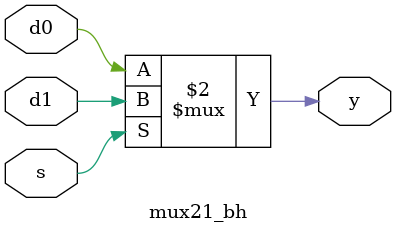
<source format=v>

module mux21_bh(y , s , d0, d1);
input s,d0,d1;
output y;
/*if(s==1b0) begin
    y=d0;
end
else begin
    y=d1;
    // y=d0 or d1;
end*/

assign y=(s==1'b0)?d0:d1;

endmodule

</source>
